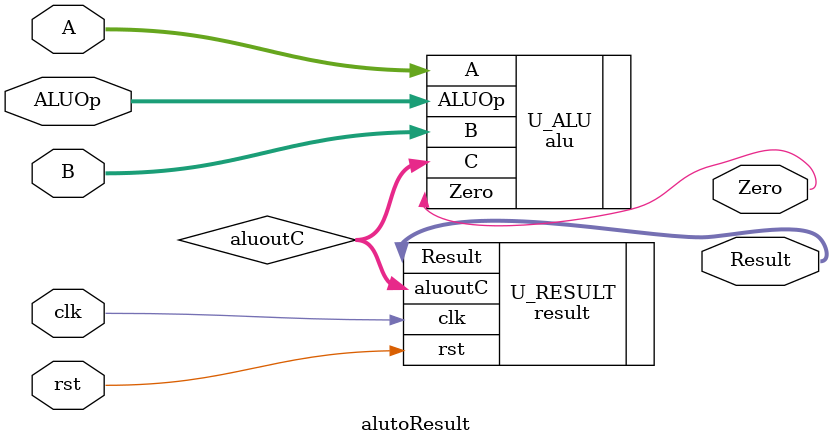
<source format=v>

module alutoResult( A, B, ALUOp, clk, rst, Zero, Result);
   input signed [31:0] A, B;
   input [2:0]  ALUOp;
   input clk, rst;
   output Zero;
   output [31:0] Result;

   wire [31:0] aluoutC;

    
// instantiation    
   alu U_ALU(
       .A(A), .B(B), .ALUOp(ALUOp), .C(aluoutC), .Zero(Zero)      
   );
   
   result U_RESULT(

      .clk(clk), .rst(rst), .aluoutC(aluoutC), .Result(Result)
     );

      
endmodule

</source>
